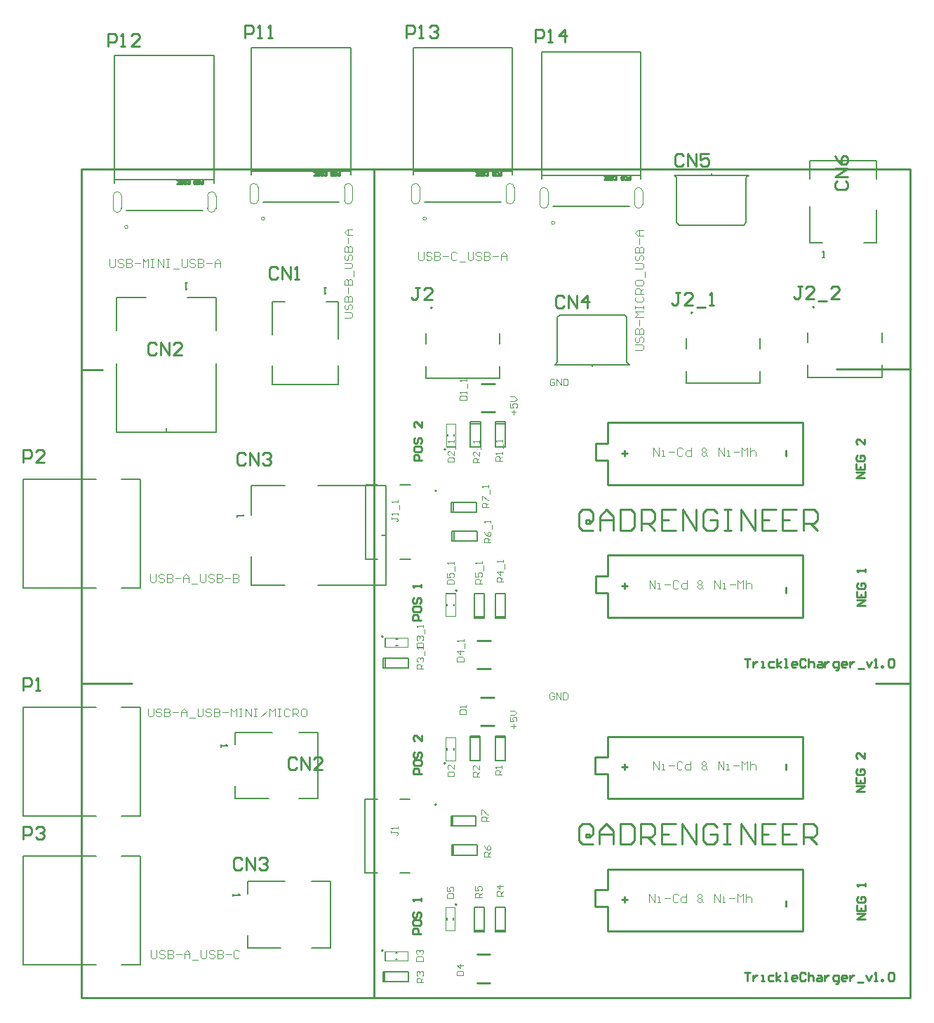
<source format=gto>
G04*
G04 #@! TF.GenerationSoftware,Altium Limited,CircuitStudio,1.5.2 (1.5.2.30)*
G04*
G04 Layer_Color=65535*
%FSLAX25Y25*%
%MOIN*%
G70*
G01*
G75*
%ADD27C,0.01000*%
%ADD28C,0.00984*%
%ADD29C,0.00787*%
%ADD32C,0.00000*%
%ADD51C,0.00500*%
%ADD52C,0.00197*%
%ADD53C,0.00394*%
D27*
X458660Y398514D02*
X493898Y398524D01*
X100000Y398425D02*
X109843D01*
X477165Y249213D02*
X493701D01*
X100000Y249213D02*
X124016D01*
X350000Y161024D02*
X442520D01*
Y131496D02*
Y161024D01*
X350000Y131496D02*
X442520D01*
X350000D02*
Y143307D01*
X344094D02*
X350000D01*
X344094D02*
Y151181D01*
X350000D01*
Y161024D01*
Y214173D02*
Y224016D01*
X344094Y214173D02*
X350000D01*
X344094Y206299D02*
Y214173D01*
Y206299D02*
X350000D01*
Y194488D02*
Y206299D01*
Y194488D02*
X442520D01*
Y224016D01*
X350000D02*
X442520D01*
X350098Y373130D02*
X442618D01*
Y343602D02*
Y373130D01*
X350098Y343602D02*
X442618D01*
X350098D02*
Y355413D01*
X344193D02*
X350098D01*
X344193D02*
Y363287D01*
X350098D01*
Y373130D01*
Y300295D02*
Y310138D01*
X344193Y300295D02*
X350098D01*
X344193Y292421D02*
Y300295D01*
Y292421D02*
X350098D01*
Y280610D02*
Y292421D01*
Y280610D02*
X442618D01*
Y310138D01*
X350098D02*
X442618D01*
X157688Y488195D02*
Y486595D01*
X156888D01*
X156621Y486861D01*
Y487395D01*
X156888Y487662D01*
X157688D01*
X155021Y486861D02*
X155287Y486595D01*
X155821D01*
X156088Y486861D01*
Y487928D01*
X155821Y488195D01*
X155287D01*
X155021Y487928D01*
X154487Y486595D02*
Y488195D01*
X153687D01*
X153420Y487928D01*
Y487662D01*
X153687Y487395D01*
X154487D01*
X153687D01*
X153420Y487128D01*
Y486861D01*
X153687Y486595D01*
X154487D01*
X150219D02*
X151286D01*
Y488195D01*
X150219D01*
X151286Y487395D02*
X150753D01*
X149686Y486595D02*
Y488195D01*
X148886D01*
X148619Y487928D01*
Y486861D01*
X148886Y486595D01*
X149686D01*
X147019Y486861D02*
X147285Y486595D01*
X147819D01*
X148085Y486861D01*
Y487928D01*
X147819Y488195D01*
X147285D01*
X147019Y487928D01*
Y487395D01*
X147552D01*
X145418Y486595D02*
X146485D01*
Y488195D01*
X145418D01*
X146485Y487395D02*
X145952D01*
X360444Y490164D02*
Y488563D01*
X359644D01*
X359377Y488830D01*
Y489363D01*
X359644Y489630D01*
X360444D01*
X357776Y488830D02*
X358043Y488563D01*
X358577D01*
X358843Y488830D01*
Y489897D01*
X358577Y490164D01*
X358043D01*
X357776Y489897D01*
X357243Y488563D02*
Y490164D01*
X356443D01*
X356176Y489897D01*
Y489630D01*
X356443Y489363D01*
X357243D01*
X356443D01*
X356176Y489097D01*
Y488830D01*
X356443Y488563D01*
X357243D01*
X352975D02*
X354042D01*
Y490164D01*
X352975D01*
X354042Y489363D02*
X353509D01*
X352442Y488563D02*
Y490164D01*
X351642D01*
X351375Y489897D01*
Y488830D01*
X351642Y488563D01*
X352442D01*
X349774Y488830D02*
X350041Y488563D01*
X350575D01*
X350841Y488830D01*
Y489897D01*
X350575Y490164D01*
X350041D01*
X349774Y489897D01*
Y489363D01*
X350308D01*
X348174Y488563D02*
X349241D01*
Y490164D01*
X348174D01*
X349241Y489363D02*
X348708D01*
X222649Y492132D02*
Y490532D01*
X221848D01*
X221582Y490798D01*
Y491332D01*
X221848Y491599D01*
X222649D01*
X219981Y490798D02*
X220248Y490532D01*
X220781D01*
X221048Y490798D01*
Y491865D01*
X220781Y492132D01*
X220248D01*
X219981Y491865D01*
X219448Y490532D02*
Y492132D01*
X218648D01*
X218381Y491865D01*
Y491599D01*
X218648Y491332D01*
X219448D01*
X218648D01*
X218381Y491065D01*
Y490798D01*
X218648Y490532D01*
X219448D01*
X215180D02*
X216247D01*
Y492132D01*
X215180D01*
X216247Y491332D02*
X215714D01*
X214647Y490532D02*
Y492132D01*
X213846D01*
X213580Y491865D01*
Y490798D01*
X213846Y490532D01*
X214647D01*
X211979Y490798D02*
X212246Y490532D01*
X212779D01*
X213046Y490798D01*
Y491865D01*
X212779Y492132D01*
X212246D01*
X211979Y491865D01*
Y491332D01*
X212513D01*
X210379Y490532D02*
X211446D01*
Y492132D01*
X210379D01*
X211446Y491332D02*
X210912D01*
X299420Y492132D02*
Y490532D01*
X298620D01*
X298353Y490798D01*
Y491332D01*
X298620Y491599D01*
X299420D01*
X296753Y490798D02*
X297020Y490532D01*
X297553D01*
X297820Y490798D01*
Y491865D01*
X297553Y492132D01*
X297020D01*
X296753Y491865D01*
X296219Y490532D02*
Y492132D01*
X295419D01*
X295152Y491865D01*
Y491599D01*
X295419Y491332D01*
X296219D01*
X295419D01*
X295152Y491065D01*
Y490798D01*
X295419Y490532D01*
X296219D01*
X291952D02*
X293019D01*
Y492132D01*
X291952D01*
X293019Y491332D02*
X292485D01*
X291418Y490532D02*
Y492132D01*
X290618D01*
X290351Y491865D01*
Y490798D01*
X290618Y490532D01*
X291418D01*
X288751Y490798D02*
X289018Y490532D01*
X289551D01*
X289818Y490798D01*
Y491865D01*
X289551Y492132D01*
X289018D01*
X288751Y491865D01*
Y491332D01*
X289284D01*
X287150Y490532D02*
X288217D01*
Y492132D01*
X287150D01*
X288217Y491332D02*
X287684D01*
X458781Y487857D02*
X457782Y486857D01*
Y484858D01*
X458781Y483858D01*
X462780D01*
X463779Y484858D01*
Y486857D01*
X462780Y487857D01*
X463779Y489856D02*
X457782D01*
X463779Y493855D01*
X457782D01*
Y499853D02*
X458781Y497854D01*
X460780Y495854D01*
X462780D01*
X463779Y496854D01*
Y498853D01*
X462780Y499853D01*
X461780D01*
X460780Y498853D01*
Y495854D01*
X442109Y437818D02*
X440110D01*
X441109D01*
Y432819D01*
X440110Y431820D01*
X439110D01*
X438110Y432819D01*
X448107Y431820D02*
X444108D01*
X448107Y435818D01*
Y436818D01*
X447107Y437818D01*
X445108D01*
X444108Y436818D01*
X450106Y430820D02*
X454105D01*
X460103Y431820D02*
X456104D01*
X460103Y435818D01*
Y436818D01*
X459103Y437818D01*
X457104D01*
X456104Y436818D01*
X386099Y499831D02*
X385099Y500830D01*
X383100D01*
X382100Y499831D01*
Y495832D01*
X383100Y494832D01*
X385099D01*
X386099Y495832D01*
X388098Y494832D02*
Y500830D01*
X392097Y494832D01*
Y500830D01*
X398095D02*
X394096D01*
Y497831D01*
X396095Y498831D01*
X397095D01*
X398095Y497831D01*
Y495832D01*
X397095Y494832D01*
X395096D01*
X394096Y495832D01*
X384235Y435062D02*
X382236D01*
X383235D01*
Y430063D01*
X382236Y429064D01*
X381236D01*
X380236Y430063D01*
X390233Y429064D02*
X386234D01*
X390233Y433063D01*
Y434062D01*
X389233Y435062D01*
X387234D01*
X386234Y434062D01*
X392232Y428064D02*
X396231D01*
X398230Y429064D02*
X400230D01*
X399230D01*
Y435062D01*
X398230Y434062D01*
X202424Y213266D02*
X201424Y214266D01*
X199425D01*
X198425Y213266D01*
Y209267D01*
X199425Y208268D01*
X201424D01*
X202424Y209267D01*
X204423Y208268D02*
Y214266D01*
X208422Y208268D01*
Y214266D01*
X214420Y208268D02*
X210421D01*
X214420Y212266D01*
Y213266D01*
X213420Y214266D01*
X211421D01*
X210421Y213266D01*
X260613Y437424D02*
X258613D01*
X259613D01*
Y432426D01*
X258613Y431426D01*
X257614D01*
X256614Y432426D01*
X266611Y431426D02*
X262612D01*
X266611Y435425D01*
Y436424D01*
X265611Y437424D01*
X263612D01*
X262612Y436424D01*
X72368Y354321D02*
Y360319D01*
X75367D01*
X76366Y359320D01*
Y357320D01*
X75367Y356321D01*
X72368D01*
X82364Y354321D02*
X78366D01*
X82364Y358320D01*
Y359320D01*
X81365Y360319D01*
X79365D01*
X78366Y359320D01*
X72342Y175195D02*
Y181193D01*
X75341D01*
X76340Y180194D01*
Y178194D01*
X75341Y177195D01*
X72342D01*
X78340Y180194D02*
X79339Y181193D01*
X81339D01*
X82339Y180194D01*
Y179194D01*
X81339Y178194D01*
X80339D01*
X81339D01*
X82339Y177195D01*
Y176195D01*
X81339Y175195D01*
X79339D01*
X78340Y176195D01*
X254440Y555868D02*
Y561867D01*
X257439D01*
X258439Y560867D01*
Y558868D01*
X257439Y557868D01*
X254440D01*
X260438Y555868D02*
X262438D01*
X261438D01*
Y561867D01*
X260438Y560867D01*
X265437D02*
X266436Y561867D01*
X268436D01*
X269435Y560867D01*
Y559867D01*
X268436Y558868D01*
X267436D01*
X268436D01*
X269435Y557868D01*
Y556868D01*
X268436Y555868D01*
X266436D01*
X265437Y556868D01*
X176223Y165449D02*
X175223Y166448D01*
X173224D01*
X172224Y165449D01*
Y161450D01*
X173224Y160450D01*
X175223D01*
X176223Y161450D01*
X178223Y160450D02*
Y166448D01*
X182221Y160450D01*
Y166448D01*
X184221Y165449D02*
X185220Y166448D01*
X187220D01*
X188219Y165449D01*
Y164449D01*
X187220Y163449D01*
X186220D01*
X187220D01*
X188219Y162450D01*
Y161450D01*
X187220Y160450D01*
X185220D01*
X184221Y161450D01*
X193204Y446215D02*
X192204Y447215D01*
X190205D01*
X189206Y446215D01*
Y442216D01*
X190205Y441217D01*
X192204D01*
X193204Y442216D01*
X195204Y441217D02*
Y447215D01*
X199202Y441217D01*
Y447215D01*
X201202Y441217D02*
X203201D01*
X202201D01*
Y447215D01*
X201202Y446215D01*
X135495Y410116D02*
X134495Y411116D01*
X132496D01*
X131496Y410116D01*
Y406118D01*
X132496Y405118D01*
X134495D01*
X135495Y406118D01*
X137494Y405118D02*
Y411116D01*
X141493Y405118D01*
Y411116D01*
X147491Y405118D02*
X143492D01*
X147491Y409117D01*
Y410116D01*
X146491Y411116D01*
X144492D01*
X143492Y410116D01*
X72389Y245972D02*
Y251970D01*
X75388D01*
X76388Y250970D01*
Y248971D01*
X75388Y247971D01*
X72389D01*
X78387Y245972D02*
X80386D01*
X79387D01*
Y251970D01*
X78387Y250970D01*
X177665Y555868D02*
Y561867D01*
X180664D01*
X181664Y560867D01*
Y558868D01*
X180664Y557868D01*
X177665D01*
X183663Y555868D02*
X185663D01*
X184663D01*
Y561867D01*
X183663Y560867D01*
X188662Y555868D02*
X190661D01*
X189662D01*
Y561867D01*
X188662Y560867D01*
X329422Y432752D02*
X328423Y433752D01*
X326423D01*
X325424Y432752D01*
Y428753D01*
X326423Y427753D01*
X328423D01*
X329422Y428753D01*
X331422Y427753D02*
Y433752D01*
X335420Y427753D01*
Y433752D01*
X340419Y427753D02*
Y433752D01*
X337420Y430753D01*
X341419D01*
X315500Y553900D02*
Y559898D01*
X318499D01*
X319499Y558898D01*
Y556899D01*
X318499Y555899D01*
X315500D01*
X321498Y553900D02*
X323497D01*
X322498D01*
Y559898D01*
X321498Y558898D01*
X329496Y553900D02*
Y559898D01*
X326496Y556899D01*
X330495D01*
X178038Y357783D02*
X177038Y358783D01*
X175039D01*
X174039Y357783D01*
Y353785D01*
X175039Y352785D01*
X177038D01*
X178038Y353785D01*
X180037Y352785D02*
Y358783D01*
X184036Y352785D01*
Y358783D01*
X186036Y357783D02*
X187035Y358783D01*
X189034D01*
X190034Y357783D01*
Y356784D01*
X189034Y355784D01*
X188035D01*
X189034D01*
X190034Y354784D01*
Y353785D01*
X189034Y352785D01*
X187035D01*
X186036Y353785D01*
X112747Y551959D02*
Y557957D01*
X115745D01*
X116745Y556957D01*
Y554958D01*
X115745Y553958D01*
X112747D01*
X118745Y551959D02*
X120744D01*
X119744D01*
Y557957D01*
X118745Y556957D01*
X127742Y551959D02*
X123743D01*
X127742Y555958D01*
Y556957D01*
X126742Y557957D01*
X124743D01*
X123743Y556957D01*
X261221Y130217D02*
X257285D01*
Y132184D01*
X257941Y132840D01*
X259253D01*
X259909Y132184D01*
Y130217D01*
X257285Y136120D02*
Y134808D01*
X257941Y134152D01*
X260564D01*
X261221Y134808D01*
Y136120D01*
X260564Y136776D01*
X257941D01*
X257285Y136120D01*
X257941Y140712D02*
X257285Y140056D01*
Y138744D01*
X257941Y138088D01*
X258597D01*
X259253Y138744D01*
Y140056D01*
X259909Y140712D01*
X260564D01*
X261221Y140056D01*
Y138744D01*
X260564Y138088D01*
X261221Y145959D02*
Y147271D01*
Y146616D01*
X257285D01*
X257941Y145959D01*
X261614Y206201D02*
X257678D01*
Y208169D01*
X258334Y208825D01*
X259646D01*
X260302Y208169D01*
Y206201D01*
X257678Y212104D02*
Y210792D01*
X258334Y210137D01*
X260958D01*
X261614Y210792D01*
Y212104D01*
X260958Y212760D01*
X258334D01*
X257678Y212104D01*
X258334Y216696D02*
X257678Y216040D01*
Y214728D01*
X258334Y214072D01*
X258990D01*
X259646Y214728D01*
Y216040D01*
X260302Y216696D01*
X260958D01*
X261614Y216040D01*
Y214728D01*
X260958Y214072D01*
X261614Y224568D02*
Y221944D01*
X258990Y224568D01*
X258334D01*
X257678Y223912D01*
Y222600D01*
X258334Y221944D01*
X472146Y137303D02*
X468210D01*
X472146Y139927D01*
X468210D01*
Y143863D02*
Y141239D01*
X472146D01*
Y143863D01*
X470178Y141239D02*
Y142551D01*
X468866Y147799D02*
X468210Y147143D01*
Y145831D01*
X468866Y145175D01*
X471490D01*
X472146Y145831D01*
Y147143D01*
X471490Y147799D01*
X470178D01*
Y146486D01*
X472146Y153046D02*
Y154358D01*
Y153702D01*
X468210D01*
X468866Y153046D01*
X471850Y197933D02*
X467915D01*
X471850Y200557D01*
X467915D01*
Y204493D02*
Y201869D01*
X471850D01*
Y204493D01*
X469882Y201869D02*
Y203181D01*
X468571Y208428D02*
X467915Y207772D01*
Y206460D01*
X468571Y205805D01*
X471194D01*
X471850Y206460D01*
Y207772D01*
X471194Y208428D01*
X469882D01*
Y207117D01*
X471850Y216300D02*
Y213676D01*
X469227Y216300D01*
X468571D01*
X467915Y215644D01*
Y214332D01*
X468571Y213676D01*
X357875Y145276D02*
Y147899D01*
X356563Y146588D02*
X359187D01*
X357875Y208268D02*
Y210892D01*
X356563Y209580D02*
X359187D01*
X434646Y208268D02*
Y210892D01*
Y143307D02*
Y145931D01*
X414961Y111810D02*
X417585D01*
X416272D01*
Y107874D01*
X418896Y110498D02*
Y107874D01*
Y109186D01*
X419552Y109842D01*
X420208Y110498D01*
X420864D01*
X422832Y107874D02*
X424144D01*
X423488D01*
Y110498D01*
X422832D01*
X428736D02*
X426768D01*
X426112Y109842D01*
Y108530D01*
X426768Y107874D01*
X428736D01*
X430048D02*
Y111810D01*
Y109186D02*
X432016Y110498D01*
X430048Y109186D02*
X432016Y107874D01*
X433983D02*
X435295D01*
X434639D01*
Y111810D01*
X433983D01*
X439231Y107874D02*
X437919D01*
X437263Y108530D01*
Y109842D01*
X437919Y110498D01*
X439231D01*
X439887Y109842D01*
Y109186D01*
X437263D01*
X443823Y111154D02*
X443167Y111810D01*
X441855D01*
X441199Y111154D01*
Y108530D01*
X441855Y107874D01*
X443167D01*
X443823Y108530D01*
X445135Y111810D02*
Y107874D01*
Y109842D01*
X445791Y110498D01*
X447102D01*
X447758Y109842D01*
Y107874D01*
X449726Y110498D02*
X451038D01*
X451694Y109842D01*
Y107874D01*
X449726D01*
X449070Y108530D01*
X449726Y109186D01*
X451694D01*
X453006Y110498D02*
Y107874D01*
Y109186D01*
X453662Y109842D01*
X454318Y110498D01*
X454974D01*
X458254Y106562D02*
X458910D01*
X459566Y107218D01*
Y110498D01*
X457598D01*
X456942Y109842D01*
Y108530D01*
X457598Y107874D01*
X459566D01*
X462846D02*
X461534D01*
X460878Y108530D01*
Y109842D01*
X461534Y110498D01*
X462846D01*
X463501Y109842D01*
Y109186D01*
X460878D01*
X464813Y110498D02*
Y107874D01*
Y109186D01*
X465469Y109842D01*
X466125Y110498D01*
X466781D01*
X468749Y107218D02*
X471373D01*
X472685Y110498D02*
X473997Y107874D01*
X475309Y110498D01*
X476621Y107874D02*
X477933D01*
X477277D01*
Y111810D01*
X476621Y111154D01*
X479900Y107874D02*
Y108530D01*
X480556D01*
Y107874D01*
X479900D01*
X483180Y111154D02*
X483836Y111810D01*
X485148D01*
X485804Y111154D01*
Y108530D01*
X485148Y107874D01*
X483836D01*
X483180Y108530D01*
Y111154D01*
X341140Y176114D02*
Y177754D01*
X339500D01*
Y176114D01*
X341140D01*
X342780Y177754D01*
Y181034D01*
X341140Y182674D01*
X337860D01*
X336221Y181034D01*
Y174475D01*
X337860Y172835D01*
X342780D01*
X346060D02*
Y179394D01*
X349340Y182674D01*
X352619Y179394D01*
Y172835D01*
Y177754D01*
X346060D01*
X355899Y182674D02*
Y172835D01*
X360819D01*
X362459Y174475D01*
Y181034D01*
X360819Y182674D01*
X355899D01*
X365739Y172835D02*
Y182674D01*
X370658D01*
X372298Y181034D01*
Y177754D01*
X370658Y176114D01*
X365739D01*
X369018D02*
X372298Y172835D01*
X382137Y182674D02*
X375578D01*
Y172835D01*
X382137D01*
X375578Y177754D02*
X378858D01*
X385417Y172835D02*
Y182674D01*
X391977Y172835D01*
Y182674D01*
X401816Y181034D02*
X400176Y182674D01*
X396896D01*
X395256Y181034D01*
Y174475D01*
X396896Y172835D01*
X400176D01*
X401816Y174475D01*
Y177754D01*
X398536D01*
X405096Y182674D02*
X408376D01*
X406736D01*
Y172835D01*
X405096D01*
X408376D01*
X413295D02*
Y182674D01*
X419855Y172835D01*
Y182674D01*
X429694D02*
X423135D01*
Y172835D01*
X429694D01*
X423135Y177754D02*
X426414D01*
X439534Y182674D02*
X432974D01*
Y172835D01*
X439534D01*
X432974Y177754D02*
X436254D01*
X442813Y172835D02*
Y182674D01*
X447733D01*
X449373Y181034D01*
Y177754D01*
X447733Y176114D01*
X442813D01*
X446093D02*
X449373Y172835D01*
X341239Y325229D02*
Y326869D01*
X339599D01*
Y325229D01*
X341239D01*
X342879Y326869D01*
Y330148D01*
X341239Y331788D01*
X337959D01*
X336319Y330148D01*
Y323589D01*
X337959Y321949D01*
X342879D01*
X346158D02*
Y328508D01*
X349438Y331788D01*
X352718Y328508D01*
Y321949D01*
Y326869D01*
X346158D01*
X355998Y331788D02*
Y321949D01*
X360917D01*
X362557Y323589D01*
Y330148D01*
X360917Y331788D01*
X355998D01*
X365837Y321949D02*
Y331788D01*
X370757D01*
X372396Y330148D01*
Y326869D01*
X370757Y325229D01*
X365837D01*
X369117D02*
X372396Y321949D01*
X382236Y331788D02*
X375676D01*
Y321949D01*
X382236D01*
X375676Y326869D02*
X378956D01*
X385516Y321949D02*
Y331788D01*
X392075Y321949D01*
Y331788D01*
X401915Y330148D02*
X400275Y331788D01*
X396995D01*
X395355Y330148D01*
Y323589D01*
X396995Y321949D01*
X400275D01*
X401915Y323589D01*
Y326869D01*
X398635D01*
X405194Y331788D02*
X408474D01*
X406834D01*
Y321949D01*
X405194D01*
X408474D01*
X413394D02*
Y331788D01*
X419953Y321949D01*
Y331788D01*
X429793D02*
X423233D01*
Y321949D01*
X429793D01*
X423233Y326869D02*
X426513D01*
X439632Y331788D02*
X433072D01*
Y321949D01*
X439632D01*
X433072Y326869D02*
X436352D01*
X442912Y321949D02*
Y331788D01*
X447831D01*
X449471Y330148D01*
Y326869D01*
X447831Y325229D01*
X442912D01*
X446192D02*
X449471Y321949D01*
X415059Y260924D02*
X417683D01*
X416371D01*
Y256988D01*
X418995Y259612D02*
Y256988D01*
Y258300D01*
X419651Y258956D01*
X420307Y259612D01*
X420963D01*
X422930Y256988D02*
X424242D01*
X423587D01*
Y259612D01*
X422930D01*
X428834D02*
X426866D01*
X426210Y258956D01*
Y257644D01*
X426866Y256988D01*
X428834D01*
X430146D02*
Y260924D01*
Y258300D02*
X432114Y259612D01*
X430146Y258300D02*
X432114Y256988D01*
X434082D02*
X435394D01*
X434738D01*
Y260924D01*
X434082D01*
X439329Y256988D02*
X438018D01*
X437362Y257644D01*
Y258956D01*
X438018Y259612D01*
X439329D01*
X439985Y258956D01*
Y258300D01*
X437362D01*
X443921Y260268D02*
X443265Y260924D01*
X441953D01*
X441297Y260268D01*
Y257644D01*
X441953Y256988D01*
X443265D01*
X443921Y257644D01*
X445233Y260924D02*
Y256988D01*
Y258956D01*
X445889Y259612D01*
X447201D01*
X447857Y258956D01*
Y256988D01*
X449825Y259612D02*
X451137D01*
X451793Y258956D01*
Y256988D01*
X449825D01*
X449169Y257644D01*
X449825Y258300D01*
X451793D01*
X453104Y259612D02*
Y256988D01*
Y258300D01*
X453760Y258956D01*
X454416Y259612D01*
X455072D01*
X458352Y255676D02*
X459008D01*
X459664Y256332D01*
Y259612D01*
X457696D01*
X457040Y258956D01*
Y257644D01*
X457696Y256988D01*
X459664D01*
X462944D02*
X461632D01*
X460976Y257644D01*
Y258956D01*
X461632Y259612D01*
X462944D01*
X463600Y258956D01*
Y258300D01*
X460976D01*
X464912Y259612D02*
Y256988D01*
Y258300D01*
X465568Y258956D01*
X466224Y259612D01*
X466880D01*
X468848Y256332D02*
X471471D01*
X472783Y259612D02*
X474095Y256988D01*
X475407Y259612D01*
X476719Y256988D02*
X478031D01*
X477375D01*
Y260924D01*
X476719Y260268D01*
X479999Y256988D02*
Y257644D01*
X480655D01*
Y256988D01*
X479999D01*
X483279Y260268D02*
X483934Y260924D01*
X485246D01*
X485902Y260268D01*
Y257644D01*
X485246Y256988D01*
X483934D01*
X483279Y257644D01*
Y260268D01*
X434745Y292421D02*
Y295045D01*
Y357382D02*
Y360006D01*
X357973Y357382D02*
Y360006D01*
X356661Y358694D02*
X359285D01*
X357973Y294390D02*
Y297014D01*
X356661Y295702D02*
X359285D01*
X471949Y347047D02*
X468013D01*
X471949Y349671D01*
X468013D01*
Y353607D02*
Y350983D01*
X471949D01*
Y353607D01*
X469981Y350983D02*
Y352295D01*
X468669Y357542D02*
X468013Y356887D01*
Y355575D01*
X468669Y354919D01*
X471293D01*
X471949Y355575D01*
Y356887D01*
X471293Y357542D01*
X469981D01*
Y356231D01*
X471949Y365414D02*
Y362790D01*
X469325Y365414D01*
X468669D01*
X468013Y364758D01*
Y363446D01*
X468669Y362790D01*
X472244Y286417D02*
X468308D01*
X472244Y289041D01*
X468308D01*
Y292977D02*
Y290353D01*
X472244D01*
Y292977D01*
X470276Y290353D02*
Y291665D01*
X468964Y296913D02*
X468308Y296257D01*
Y294945D01*
X468964Y294289D01*
X471588D01*
X472244Y294945D01*
Y296257D01*
X471588Y296913D01*
X470276D01*
Y295601D01*
X472244Y302160D02*
Y303472D01*
Y302816D01*
X468308D01*
X468964Y302160D01*
X261713Y355315D02*
X257777D01*
Y357283D01*
X258433Y357939D01*
X259745D01*
X260401Y357283D01*
Y355315D01*
X257777Y361219D02*
Y359907D01*
X258433Y359251D01*
X261057D01*
X261713Y359907D01*
Y361219D01*
X261057Y361875D01*
X258433D01*
X257777Y361219D01*
X258433Y365810D02*
X257777Y365154D01*
Y363842D01*
X258433Y363186D01*
X259089D01*
X259745Y363842D01*
Y365154D01*
X260401Y365810D01*
X261057D01*
X261713Y365154D01*
Y363842D01*
X261057Y363186D01*
X261713Y373682D02*
Y371058D01*
X259089Y373682D01*
X258433D01*
X257777Y373026D01*
Y371714D01*
X258433Y371058D01*
X261319Y279331D02*
X257383D01*
Y281299D01*
X258039Y281955D01*
X259351D01*
X260007Y281299D01*
Y279331D01*
X257383Y285234D02*
Y283922D01*
X258039Y283266D01*
X260663D01*
X261319Y283922D01*
Y285234D01*
X260663Y285890D01*
X258039D01*
X257383Y285234D01*
X258039Y289826D02*
X257383Y289170D01*
Y287858D01*
X258039Y287202D01*
X258695D01*
X259351Y287858D01*
Y289170D01*
X260007Y289826D01*
X260663D01*
X261319Y289170D01*
Y287858D01*
X260663Y287202D01*
X261319Y295074D02*
Y296386D01*
Y295730D01*
X257383D01*
X258039Y295074D01*
X100000Y100000D02*
X493701D01*
Y493701D01*
X100000D02*
X493701D01*
X100000Y100000D02*
Y493701D01*
X238976Y100000D02*
Y493701D01*
D28*
X289764Y229134D02*
X296063D01*
X289764Y242520D02*
X296063D01*
X287795Y107087D02*
X294094D01*
X287795Y120473D02*
X294094D01*
X287894Y256201D02*
X294193D01*
X287894Y269587D02*
X294193D01*
X289862Y378248D02*
X296161D01*
X289862Y391634D02*
X296161D01*
D29*
X448110Y428071D02*
G03*
X448110Y428071I-394J0D01*
G01*
X390236Y425315D02*
G03*
X390236Y425315I-394J0D01*
G01*
X243200Y122385D02*
G03*
X243200Y122385I-394J0D01*
G01*
X272989Y211310D02*
G03*
X272989Y211310I-394J0D01*
G01*
X278291Y144202D02*
G03*
X278291Y144202I-394J0D01*
G01*
X268622Y191654D02*
G03*
X268622Y191654I-394J0D01*
G01*
X266614Y427677D02*
G03*
X266614Y427677I-394J0D01*
G01*
X268721Y340768D02*
G03*
X268721Y340768I-394J0D01*
G01*
X278389Y293316D02*
G03*
X278389Y293316I-394J0D01*
G01*
X243298Y271499D02*
G03*
X243298Y271499I-394J0D01*
G01*
X273087Y360424D02*
G03*
X273087Y360424I-394J0D01*
G01*
X477559Y488779D02*
Y497638D01*
Y458465D02*
Y474213D01*
X446063Y458465D02*
Y475984D01*
Y488779D02*
Y497638D01*
X477559D01*
X471604Y458465D02*
X477559D01*
X446063D02*
X451919D01*
X445000Y394567D02*
Y400433D01*
Y394567D02*
X480197D01*
Y400433D01*
X445000Y411142D02*
Y415906D01*
X480197Y411142D02*
Y415906D01*
X383858Y467028D02*
X414567D01*
X382677Y468209D02*
X383858Y467028D01*
X382677Y468209D02*
Y489468D01*
X414567Y467028D02*
X415748Y468209D01*
Y489468D01*
X399213Y490650D02*
Y491437D01*
X415748Y489468D02*
X416929Y490650D01*
X381496D02*
X382677Y489468D01*
X381496Y490650D02*
X416929D01*
X387126Y391811D02*
Y397677D01*
Y391811D02*
X422323D01*
Y397677D01*
X387126Y408386D02*
Y413150D01*
X422323Y408386D02*
Y413150D01*
X244094Y107480D02*
Y112205D01*
X255118D01*
X244094Y107480D02*
X255118D01*
Y112205D01*
X243307Y107480D02*
X244094D01*
X243307D02*
Y112205D01*
X244094D01*
X284646Y223622D02*
X289370D01*
Y212598D02*
Y223622D01*
X284646Y212598D02*
Y223622D01*
Y212598D02*
X289370D01*
X284646Y223622D02*
Y224410D01*
X289370D01*
Y223622D02*
Y224410D01*
X296457Y223622D02*
X301181D01*
Y212598D02*
Y223622D01*
X296457Y212598D02*
Y223622D01*
Y212598D02*
X301181D01*
X296457Y223622D02*
Y224410D01*
X301181D01*
Y223622D02*
Y224410D01*
X286614Y131890D02*
X291339D01*
X286614D02*
Y142913D01*
X291339Y131890D02*
Y142913D01*
X286614D02*
X291339D01*
Y131102D02*
Y131890D01*
X286614Y131102D02*
X291339D01*
X286614D02*
Y131890D01*
X296457D02*
X301181D01*
X296457D02*
Y142913D01*
X301181Y131890D02*
Y142913D01*
X296457D02*
X301181D01*
Y131102D02*
Y131890D01*
X296457Y131102D02*
X301181D01*
X296457D02*
Y131890D01*
X276772Y167717D02*
Y172441D01*
X287795D01*
X276772Y167717D02*
X287795D01*
Y172441D01*
X275984Y167717D02*
X276772D01*
X275984D02*
Y172441D01*
X276772D01*
X276378Y181496D02*
Y186221D01*
X287402D01*
X276378Y181496D02*
X287402D01*
Y186221D01*
X275590Y181496D02*
X276378D01*
X275590D02*
Y186221D01*
X276378D01*
X234724Y194370D02*
X240591D01*
X234724Y159173D02*
Y194370D01*
Y159173D02*
X240591D01*
X251299Y194370D02*
X256063D01*
X251299Y159173D02*
X256063D01*
X118898Y115551D02*
X127953D01*
Y167126D01*
X118898D02*
X127953D01*
X72441Y115551D02*
X107087D01*
X72441D02*
Y167126D01*
X107087D01*
X263504Y394173D02*
Y400039D01*
Y394173D02*
X298701D01*
Y400039D01*
X263504Y410748D02*
Y415512D01*
X298701Y410748D02*
Y415512D01*
X118898Y294685D02*
X127953D01*
Y346260D01*
X118898D02*
X127953D01*
X72441Y294685D02*
X107087D01*
X72441D02*
Y346260D01*
X107087D01*
X209252Y123622D02*
X218110D01*
X178937D02*
X194685D01*
X178937Y155118D02*
X196457D01*
X209252D02*
X218110D01*
Y123622D02*
Y155118D01*
X178937Y123622D02*
Y129577D01*
Y149262D02*
Y155118D01*
X190551Y391339D02*
Y400197D01*
Y414764D02*
Y430512D01*
X222047Y412992D02*
Y430512D01*
Y391339D02*
Y400197D01*
X190551Y391339D02*
X222047D01*
X190551Y430512D02*
X196506D01*
X216191D02*
X222047D01*
X118898Y186417D02*
X127953D01*
Y237992D01*
X118898D02*
X127953D01*
X72441Y186417D02*
X107087D01*
X72441D02*
Y237992D01*
X107087D01*
X327165Y424311D02*
X357874D01*
X359055Y423130D01*
Y401870D02*
Y423130D01*
X325984D02*
X327165Y424311D01*
X325984Y401870D02*
Y423130D01*
X342520Y399902D02*
Y400689D01*
X324803D02*
X325984Y401870D01*
X359055D02*
X360236Y400689D01*
X324803D02*
X360236D01*
X180709Y329331D02*
Y343110D01*
Y295866D02*
Y309646D01*
X244685Y295866D02*
Y343110D01*
Y319488D02*
Y319488D01*
X242717D02*
X244685D01*
X180709Y343110D02*
X196457D01*
X212205D02*
X244685D01*
X180709Y295866D02*
X196457D01*
X212205D02*
X244685D01*
X276476Y330610D02*
Y335335D01*
X287500D01*
X276476Y330610D02*
X287500D01*
Y335335D01*
X275689Y330610D02*
X276476D01*
X275689D02*
Y335335D01*
X276476D01*
X276870Y316831D02*
Y321555D01*
X287894D01*
X276870Y316831D02*
X287894D01*
Y321555D01*
X276083Y316831D02*
X276870D01*
X276083D02*
Y321555D01*
X276870D01*
X286713Y281004D02*
X291437D01*
X286713D02*
Y292028D01*
X291437Y281004D02*
Y292028D01*
X286713D02*
X291437D01*
Y280217D02*
Y281004D01*
X286713Y280217D02*
X291437D01*
X286713D02*
Y281004D01*
X296555D02*
X301279D01*
X296555D02*
Y292028D01*
X301279Y281004D02*
Y292028D01*
X296555D02*
X301279D01*
Y280217D02*
Y281004D01*
X296555Y280217D02*
X301279D01*
X296555D02*
Y281004D01*
X234823Y343484D02*
X240689D01*
X234823Y308287D02*
Y343484D01*
Y308287D02*
X240689D01*
X251398Y343484D02*
X256161D01*
X251398Y308287D02*
X256161D01*
X244193Y256594D02*
Y261319D01*
X255217D01*
X244193Y256594D02*
X255217D01*
Y261319D01*
X243406Y256594D02*
X244193D01*
X243406D02*
Y261319D01*
X244193D01*
X284744Y372736D02*
X289469D01*
Y361713D02*
Y372736D01*
X284744Y361713D02*
Y372736D01*
Y361713D02*
X289469D01*
X284744Y372736D02*
Y373524D01*
X289469D01*
Y372736D02*
Y373524D01*
X296555Y372736D02*
X301279D01*
Y361713D02*
Y372736D01*
X296555Y361713D02*
Y372736D01*
Y361713D02*
X301279D01*
X296555Y372736D02*
Y373524D01*
X301279D01*
Y372736D02*
Y373524D01*
X203346Y194488D02*
X212205D01*
X173031D02*
X188779D01*
X173031Y225984D02*
X190551D01*
X203346D02*
X212205D01*
Y194488D02*
Y225984D01*
X173031Y194488D02*
Y200443D01*
Y220128D02*
Y225984D01*
X150197Y432677D02*
X163976D01*
X116732D02*
X130512D01*
X116732Y368701D02*
X163976D01*
X140354D02*
X140354D01*
Y370669D01*
X163976Y416929D02*
Y432677D01*
Y368701D02*
Y401181D01*
X116732Y416929D02*
Y432677D01*
Y368701D02*
Y401181D01*
X451919Y451575D02*
X452969D01*
X452444D01*
Y454723D01*
X451919Y454199D01*
X172047Y149262D02*
Y148212D01*
Y148737D01*
X175196D01*
X174671Y149262D01*
X216191Y437402D02*
X215141D01*
X215666D01*
Y434253D01*
X216191Y434778D01*
X173819Y329331D02*
Y328281D01*
Y328806D01*
X176968D01*
X176443Y329331D01*
X166142Y220128D02*
Y219078D01*
Y219603D01*
X169290D01*
X168766Y220128D01*
X150197Y439567D02*
X149147D01*
X149672D01*
Y436418D01*
X150197Y436943D01*
D32*
X122047Y466142D02*
G03*
X122047Y466142I-787J0D01*
G01*
X324803Y468110D02*
G03*
X324803Y468110I-787J0D01*
G01*
X187008Y470079D02*
G03*
X187008Y470079I-787J0D01*
G01*
X263779D02*
G03*
X263779Y470079I-787J0D01*
G01*
X161811Y473032D02*
G03*
X163779Y475000I0J1969D01*
G01*
X159843D02*
G03*
X161811Y473032I1969J0D01*
G01*
Y482874D02*
G03*
X159843Y480905I0J-1969D01*
G01*
X163779D02*
G03*
X161811Y482874I-1969J0D01*
G01*
X116929Y473032D02*
G03*
X118898Y475000I0J1969D01*
G01*
X114961D02*
G03*
X116929Y473032I1969J0D01*
G01*
Y482874D02*
G03*
X114961Y480905I0J-1969D01*
G01*
X118898D02*
G03*
X116929Y482874I-1969J0D01*
G01*
X321654D02*
G03*
X319685Y484842I-1969J0D01*
G01*
D02*
G03*
X317717Y482874I0J-1969D01*
G01*
Y476968D02*
G03*
X319685Y475000I1969J0D01*
G01*
D02*
G03*
X321654Y476968I0J1969D01*
G01*
X366535Y482874D02*
G03*
X364567Y484842I-1969J0D01*
G01*
D02*
G03*
X362598Y482874I0J-1969D01*
G01*
Y476968D02*
G03*
X364567Y475000I1969J0D01*
G01*
D02*
G03*
X366535Y476968I0J1969D01*
G01*
X226772D02*
G03*
X228740Y478937I0J1969D01*
G01*
X224803D02*
G03*
X226772Y476968I1969J0D01*
G01*
Y486811D02*
G03*
X224803Y484842I0J-1969D01*
G01*
X228740D02*
G03*
X226772Y486811I-1969J0D01*
G01*
X181890Y476968D02*
G03*
X183858Y478937I0J1969D01*
G01*
X179921D02*
G03*
X181890Y476968I1969J0D01*
G01*
Y486811D02*
G03*
X179921Y484842I0J-1969D01*
G01*
X183858D02*
G03*
X181890Y486811I-1969J0D01*
G01*
X260630Y484842D02*
G03*
X258661Y486811I-1969J0D01*
G01*
D02*
G03*
X256693Y484842I0J-1969D01*
G01*
Y478937D02*
G03*
X258661Y476968I1969J0D01*
G01*
D02*
G03*
X260630Y478937I0J1969D01*
G01*
X305512Y484842D02*
G03*
X303543Y486811I-1969J0D01*
G01*
D02*
G03*
X301575Y484842I0J-1969D01*
G01*
Y478937D02*
G03*
X303543Y476968I1969J0D01*
G01*
D02*
G03*
X305512Y478937I0J1969D01*
G01*
X159843Y475000D02*
Y480905D01*
X163779Y475000D02*
Y480905D01*
X114961Y475000D02*
Y480905D01*
X118898Y475000D02*
Y480905D01*
X321654Y476968D02*
Y482874D01*
X317717Y476968D02*
Y482874D01*
X366535Y476968D02*
Y482874D01*
X362598Y476968D02*
Y482874D01*
X224803Y478937D02*
Y484842D01*
X228740Y478937D02*
Y484842D01*
X179921Y478937D02*
Y484842D01*
X183858Y478937D02*
Y484842D01*
X260630Y478937D02*
Y484842D01*
X256693Y478937D02*
Y484842D01*
X305512Y478937D02*
Y484842D01*
X301575Y478937D02*
Y484842D01*
D51*
X115748Y488583D02*
X162992D01*
X121260Y474016D02*
X157480D01*
X162992Y487008D02*
Y547441D01*
X115748D02*
X162992D01*
X115748Y487008D02*
Y547441D01*
X318504Y488976D02*
Y549409D01*
X365748D01*
Y488976D02*
Y549409D01*
X324016Y475984D02*
X360236D01*
X318504Y490551D02*
X365748D01*
X180709Y492520D02*
X227953D01*
X186221Y477953D02*
X222441D01*
X227953Y490945D02*
Y551378D01*
X180709D02*
X227953D01*
X180709Y490945D02*
Y551378D01*
X257480Y490945D02*
Y551378D01*
X304724D01*
Y490945D02*
Y551378D01*
X262992Y477953D02*
X299213D01*
X257480Y492520D02*
X304724D01*
X249193Y118110D02*
X250020D01*
X249193Y121260D02*
X250020D01*
X276870Y217697D02*
Y218524D01*
X273721Y217697D02*
Y218524D01*
X273622Y136988D02*
Y137815D01*
X276772Y136988D02*
Y137815D01*
X273721Y286102D02*
Y286929D01*
X276870Y286102D02*
Y286929D01*
X249291Y267224D02*
X250118D01*
X249291Y270374D02*
X250118D01*
X276969Y366811D02*
Y367638D01*
X273819Y366811D02*
Y367638D01*
D52*
X244206Y117485D02*
Y121885D01*
X255006Y117485D02*
Y121885D01*
X244006Y117485D02*
X255006D01*
X244006D02*
Y121885D01*
X255006D01*
X273095Y212710D02*
X277495D01*
X273095Y223510D02*
X277495D01*
Y212510D02*
Y223510D01*
X273095Y212510D02*
X277495D01*
X273095D02*
Y223510D01*
X272997Y142802D02*
X277397D01*
X272997Y132002D02*
X277397D01*
X272997D02*
Y143002D01*
X277397D01*
Y132002D02*
Y143002D01*
X273095Y291916D02*
X277495D01*
X273095Y281116D02*
X277495D01*
X273095D02*
Y292116D01*
X277495D01*
Y281116D02*
Y292116D01*
X244305Y266599D02*
Y270999D01*
X255105Y266599D02*
Y270999D01*
X244105Y266599D02*
X255105D01*
X244105D02*
Y270999D01*
X255105D01*
X273194Y361824D02*
X277594D01*
X273194Y372624D02*
X277594D01*
Y361624D02*
Y372624D01*
X273194Y361624D02*
X277594D01*
X273194D02*
Y372624D01*
D53*
X279529Y234744D02*
X282677D01*
Y236318D01*
X282152Y236843D01*
X280053D01*
X279529Y236318D01*
Y234744D01*
X282677Y237893D02*
Y238942D01*
Y238418D01*
X279529D01*
X280053Y237893D01*
X273820Y205315D02*
X276969D01*
Y206889D01*
X276444Y207414D01*
X274345D01*
X273820Y206889D01*
Y205315D01*
X276969Y210563D02*
Y208464D01*
X274869Y210563D01*
X274345D01*
X273820Y210038D01*
Y208988D01*
X274345Y208464D01*
X259056Y117421D02*
X262205D01*
Y118996D01*
X261680Y119520D01*
X259581D01*
X259056Y118996D01*
Y117421D01*
X259581Y120570D02*
X259056Y121095D01*
Y122144D01*
X259581Y122669D01*
X260106D01*
X260630Y122144D01*
Y121619D01*
Y122144D01*
X261155Y122669D01*
X261680D01*
X262205Y122144D01*
Y121095D01*
X261680Y120570D01*
X299705Y205906D02*
X296556D01*
Y207480D01*
X297081Y208005D01*
X298130D01*
X298655Y207480D01*
Y205906D01*
Y206955D02*
X299705Y208005D01*
Y209054D02*
Y210104D01*
Y209579D01*
X296556D01*
X297081Y209054D01*
X288976Y205020D02*
X285828D01*
Y206594D01*
X286353Y207119D01*
X287402D01*
X287927Y206594D01*
Y205020D01*
Y206069D02*
X288976Y207119D01*
Y210267D02*
Y208168D01*
X286877Y210267D01*
X286353D01*
X285828Y209743D01*
Y208693D01*
X286353Y208168D01*
X262303Y107185D02*
X259155D01*
Y108759D01*
X259679Y109284D01*
X260729D01*
X261254Y108759D01*
Y107185D01*
Y108235D02*
X262303Y109284D01*
X259679Y110334D02*
X259155Y110858D01*
Y111908D01*
X259679Y112433D01*
X260204D01*
X260729Y111908D01*
Y111383D01*
Y111908D01*
X261254Y112433D01*
X261778D01*
X262303Y111908D01*
Y110858D01*
X261778Y110334D01*
X278249Y110630D02*
X281398D01*
Y112204D01*
X280873Y112729D01*
X278774D01*
X278249Y112204D01*
Y110630D01*
X281398Y115353D02*
X278249D01*
X279823Y113778D01*
Y115878D01*
X273623Y147343D02*
X276772D01*
Y148917D01*
X276247Y149442D01*
X274148D01*
X273623Y148917D01*
Y147343D01*
Y152590D02*
Y150491D01*
X275197D01*
X274673Y151541D01*
Y152065D01*
X275197Y152590D01*
X276247D01*
X276772Y152065D01*
Y151016D01*
X276247Y150491D01*
X247048Y179166D02*
Y178117D01*
Y178641D01*
X249672D01*
X250197Y178117D01*
Y177592D01*
X249672Y177067D01*
X250197Y180216D02*
Y181265D01*
Y180740D01*
X247048D01*
X247573Y180216D01*
X300295Y148327D02*
X297147D01*
Y149901D01*
X297672Y150426D01*
X298721D01*
X299246Y149901D01*
Y148327D01*
Y149376D02*
X300295Y150426D01*
Y153050D02*
X297147D01*
X298721Y151475D01*
Y153574D01*
X290158Y147638D02*
X287009D01*
Y149212D01*
X287534Y149737D01*
X288583D01*
X289108Y149212D01*
Y147638D01*
Y148687D02*
X290158Y149737D01*
X287009Y152885D02*
Y150786D01*
X288583D01*
X288058Y151836D01*
Y152361D01*
X288583Y152885D01*
X289633D01*
X290158Y152361D01*
Y151311D01*
X289633Y150786D01*
X294291Y167028D02*
X291143D01*
Y168602D01*
X291668Y169127D01*
X292717D01*
X293242Y168602D01*
Y167028D01*
Y168077D02*
X294291Y169127D01*
X291143Y172275D02*
X291668Y171226D01*
X292717Y170176D01*
X293767D01*
X294291Y170701D01*
Y171750D01*
X293767Y172275D01*
X293242D01*
X292717Y171750D01*
Y170176D01*
X293209Y183858D02*
X290060D01*
Y185433D01*
X290585Y185957D01*
X291634D01*
X292159Y185433D01*
Y183858D01*
Y184908D02*
X293209Y185957D01*
X290060Y187007D02*
Y189106D01*
X290585D01*
X292684Y187007D01*
X293209D01*
X293307Y332972D02*
X290159D01*
Y334547D01*
X290683Y335071D01*
X291733D01*
X292257Y334547D01*
Y332972D01*
Y334022D02*
X293307Y335071D01*
X290159Y336121D02*
Y338220D01*
X290683D01*
X292782Y336121D01*
X293307D01*
X293832Y339270D02*
Y341369D01*
X293307Y342418D02*
Y343468D01*
Y342943D01*
X290159D01*
X290683Y342418D01*
X294390Y316142D02*
X291241D01*
Y317716D01*
X291766Y318241D01*
X292815D01*
X293340Y317716D01*
Y316142D01*
Y317191D02*
X294390Y318241D01*
X291241Y321389D02*
X291766Y320340D01*
X292815Y319290D01*
X293865D01*
X294390Y319815D01*
Y320865D01*
X293865Y321389D01*
X293340D01*
X292815Y320865D01*
Y319290D01*
X294915Y322439D02*
Y324538D01*
X294390Y325588D02*
Y326637D01*
Y326112D01*
X291241D01*
X291766Y325588D01*
X290256Y296752D02*
X287107D01*
Y298326D01*
X287632Y298851D01*
X288682D01*
X289206Y298326D01*
Y296752D01*
Y297801D02*
X290256Y298851D01*
X287107Y302000D02*
Y299901D01*
X288682D01*
X288157Y300950D01*
Y301475D01*
X288682Y302000D01*
X289731D01*
X290256Y301475D01*
Y300425D01*
X289731Y299901D01*
X290781Y303049D02*
Y305148D01*
X290256Y306198D02*
Y307247D01*
Y306722D01*
X287107D01*
X287632Y306198D01*
X300394Y297441D02*
X297245D01*
Y299015D01*
X297770Y299540D01*
X298819D01*
X299344Y299015D01*
Y297441D01*
Y298491D02*
X300394Y299540D01*
Y302164D02*
X297245D01*
X298819Y300589D01*
Y302689D01*
X300919Y303738D02*
Y305837D01*
X300394Y306887D02*
Y307936D01*
Y307412D01*
X297245D01*
X297770Y306887D01*
X247147Y328280D02*
Y327231D01*
Y327755D01*
X249770D01*
X250295Y327231D01*
Y326706D01*
X249770Y326181D01*
X250295Y329330D02*
Y330379D01*
Y329854D01*
X247147D01*
X247671Y329330D01*
X250820Y331954D02*
Y334053D01*
X250295Y335102D02*
Y336152D01*
Y335627D01*
X247147D01*
X247671Y335102D01*
X273722Y296457D02*
X276870D01*
Y298031D01*
X276345Y298556D01*
X274246D01*
X273722Y298031D01*
Y296457D01*
Y301704D02*
Y299605D01*
X275296D01*
X274771Y300655D01*
Y301180D01*
X275296Y301704D01*
X276345D01*
X276870Y301180D01*
Y300130D01*
X276345Y299605D01*
X277395Y302754D02*
Y304853D01*
X276870Y305903D02*
Y306952D01*
Y306427D01*
X273722D01*
X274246Y305903D01*
X278347Y259744D02*
X281496D01*
Y261318D01*
X280971Y261843D01*
X278872D01*
X278347Y261318D01*
Y259744D01*
X281496Y264467D02*
X278347D01*
X279922Y262893D01*
Y264992D01*
X282021Y266041D02*
Y268140D01*
X281496Y269190D02*
Y270239D01*
Y269715D01*
X278347D01*
X278872Y269190D01*
X262402Y256299D02*
X259253D01*
Y257874D01*
X259778Y258398D01*
X260827D01*
X261352Y257874D01*
Y256299D01*
Y257349D02*
X262402Y258398D01*
X259778Y259448D02*
X259253Y259973D01*
Y261022D01*
X259778Y261547D01*
X260302D01*
X260827Y261022D01*
Y260497D01*
Y261022D01*
X261352Y261547D01*
X261877D01*
X262402Y261022D01*
Y259973D01*
X261877Y259448D01*
X262926Y262596D02*
Y264695D01*
X262402Y265745D02*
Y266794D01*
Y266270D01*
X259253D01*
X259778Y265745D01*
X289075Y354134D02*
X285926D01*
Y355708D01*
X286451Y356233D01*
X287501D01*
X288025Y355708D01*
Y354134D01*
Y355183D02*
X289075Y356233D01*
Y359382D02*
Y357282D01*
X286976Y359382D01*
X286451D01*
X285926Y358857D01*
Y357807D01*
X286451Y357282D01*
X289600Y360431D02*
Y362530D01*
X289075Y363580D02*
Y364629D01*
Y364104D01*
X285926D01*
X286451Y363580D01*
X299803Y355020D02*
X296655D01*
Y356594D01*
X297179Y357119D01*
X298229D01*
X298754Y356594D01*
Y355020D01*
Y356069D02*
X299803Y357119D01*
Y358168D02*
Y359218D01*
Y358693D01*
X296655D01*
X297179Y358168D01*
X300328Y360792D02*
Y362891D01*
X299803Y363941D02*
Y364990D01*
Y364465D01*
X296655D01*
X297179Y363941D01*
X259155Y266535D02*
X262303D01*
Y268110D01*
X261778Y268635D01*
X259679D01*
X259155Y268110D01*
Y266535D01*
X259679Y269684D02*
X259155Y270209D01*
Y271258D01*
X259679Y271783D01*
X260204D01*
X260729Y271258D01*
Y270734D01*
Y271258D01*
X261254Y271783D01*
X261778D01*
X262303Y271258D01*
Y270209D01*
X261778Y269684D01*
X262828Y272833D02*
Y274932D01*
X262303Y275981D02*
Y277031D01*
Y276506D01*
X259155D01*
X259679Y275981D01*
X273918Y354429D02*
X277067D01*
Y356003D01*
X276542Y356528D01*
X274443D01*
X273918Y356003D01*
Y354429D01*
X277067Y359677D02*
Y357578D01*
X274968Y359677D01*
X274443D01*
X273918Y359152D01*
Y358102D01*
X274443Y357578D01*
X277592Y360726D02*
Y362825D01*
X277067Y363875D02*
Y364924D01*
Y364400D01*
X273918D01*
X274443Y363875D01*
X279627Y383858D02*
X282776D01*
Y385433D01*
X282251Y385957D01*
X280152D01*
X279627Y385433D01*
Y383858D01*
X282776Y387007D02*
Y388056D01*
Y387532D01*
X279627D01*
X280152Y387007D01*
X283300Y389631D02*
Y391730D01*
X282776Y392779D02*
Y393829D01*
Y393304D01*
X279627D01*
X280152Y392779D01*
X369685Y145276D02*
Y149211D01*
X372309Y145276D01*
Y149211D01*
X373621Y145276D02*
X374933D01*
X374277D01*
Y147899D01*
X373621D01*
X376901Y147243D02*
X379524D01*
X383460Y148555D02*
X382804Y149211D01*
X381492D01*
X380836Y148555D01*
Y145931D01*
X381492Y145276D01*
X382804D01*
X383460Y145931D01*
X387396Y149211D02*
Y145276D01*
X385428D01*
X384772Y145931D01*
Y147243D01*
X385428Y147899D01*
X387396D01*
X395267Y145276D02*
X394611Y145931D01*
X393955Y145276D01*
X393300D01*
X392643Y145931D01*
Y146588D01*
X393300Y147243D01*
X392643Y147899D01*
Y148555D01*
X393300Y149211D01*
X393955D01*
X394611Y148555D01*
Y147899D01*
X393955Y147243D01*
X394611Y146588D01*
Y145931D01*
X395267Y147243D02*
X394611Y146588D01*
X393300Y147243D02*
X393955D01*
X400515Y145276D02*
Y149211D01*
X403139Y145276D01*
Y149211D01*
X404451Y145276D02*
X405763D01*
X405107D01*
Y147899D01*
X404451D01*
X407730Y147243D02*
X410354D01*
X411666Y145276D02*
Y149211D01*
X412978Y147899D01*
X414290Y149211D01*
Y145276D01*
X415602Y149211D02*
Y145276D01*
Y147243D01*
X416258Y147899D01*
X417570D01*
X418226Y147243D01*
Y145276D01*
X371654Y208268D02*
Y212204D01*
X374277Y208268D01*
Y212204D01*
X375589Y208268D02*
X376901D01*
X376245D01*
Y210892D01*
X375589D01*
X378869Y210236D02*
X381493D01*
X385429Y211547D02*
X384773Y212204D01*
X383461D01*
X382805Y211547D01*
Y208924D01*
X383461Y208268D01*
X384773D01*
X385429Y208924D01*
X389364Y212204D02*
Y208268D01*
X387397D01*
X386740Y208924D01*
Y210236D01*
X387397Y210892D01*
X389364D01*
X397236Y208268D02*
X396580Y208924D01*
X395924Y208268D01*
X395268D01*
X394612Y208924D01*
Y209580D01*
X395268Y210236D01*
X394612Y210892D01*
Y211547D01*
X395268Y212204D01*
X395924D01*
X396580Y211547D01*
Y210892D01*
X395924Y210236D01*
X396580Y209580D01*
Y208924D01*
X397236Y210236D02*
X396580Y209580D01*
X395268Y210236D02*
X395924D01*
X402484Y208268D02*
Y212204D01*
X405107Y208268D01*
Y212204D01*
X406419Y208268D02*
X407731D01*
X407075D01*
Y210892D01*
X406419D01*
X409699Y210236D02*
X412323D01*
X413635Y208268D02*
Y212204D01*
X414947Y210892D01*
X416259Y212204D01*
Y208268D01*
X417570Y212204D02*
Y208268D01*
Y210236D01*
X418226Y210892D01*
X419538D01*
X420194Y210236D01*
Y208268D01*
X324540Y244356D02*
X324015Y244881D01*
X322966D01*
X322441Y244356D01*
Y242257D01*
X322966Y241732D01*
X324015D01*
X324540Y242257D01*
Y243307D01*
X323491D01*
X325589Y241732D02*
Y244881D01*
X327689Y241732D01*
Y244881D01*
X328738D02*
Y241732D01*
X330312D01*
X330837Y242257D01*
Y244356D01*
X330312Y244881D01*
X328738D01*
X305119Y227953D02*
Y230052D01*
X304069Y229002D02*
X306168D01*
X303544Y233200D02*
Y231101D01*
X305119D01*
X304594Y232151D01*
Y232676D01*
X305119Y233200D01*
X306168D01*
X306693Y232676D01*
Y231626D01*
X306168Y231101D01*
X303544Y234250D02*
X305643D01*
X306693Y235299D01*
X305643Y236349D01*
X303544D01*
X133071Y122440D02*
Y119160D01*
X133727Y118504D01*
X135039D01*
X135695Y119160D01*
Y122440D01*
X139630Y121784D02*
X138974Y122440D01*
X137663D01*
X137007Y121784D01*
Y121128D01*
X137663Y120472D01*
X138974D01*
X139630Y119816D01*
Y119160D01*
X138974Y118504D01*
X137663D01*
X137007Y119160D01*
X140942Y122440D02*
Y118504D01*
X142910D01*
X143566Y119160D01*
Y119816D01*
X142910Y120472D01*
X140942D01*
X142910D01*
X143566Y121128D01*
Y121784D01*
X142910Y122440D01*
X140942D01*
X144878Y120472D02*
X147502D01*
X148814Y118504D02*
Y121128D01*
X150126Y122440D01*
X151438Y121128D01*
Y118504D01*
Y120472D01*
X148814D01*
X152750Y117848D02*
X155373D01*
X156685Y122440D02*
Y119160D01*
X157341Y118504D01*
X158653D01*
X159309Y119160D01*
Y122440D01*
X163245Y121784D02*
X162589Y122440D01*
X161277D01*
X160621Y121784D01*
Y121128D01*
X161277Y120472D01*
X162589D01*
X163245Y119816D01*
Y119160D01*
X162589Y118504D01*
X161277D01*
X160621Y119160D01*
X164557Y122440D02*
Y118504D01*
X166525D01*
X167181Y119160D01*
Y119816D01*
X166525Y120472D01*
X164557D01*
X166525D01*
X167181Y121128D01*
Y121784D01*
X166525Y122440D01*
X164557D01*
X168492Y120472D02*
X171116D01*
X175052Y121784D02*
X174396Y122440D01*
X173084D01*
X172428Y121784D01*
Y119160D01*
X173084Y118504D01*
X174396D01*
X175052Y119160D01*
X131496Y237400D02*
Y234120D01*
X132152Y233465D01*
X133464D01*
X134120Y234120D01*
Y237400D01*
X138056Y236744D02*
X137400Y237400D01*
X136088D01*
X135432Y236744D01*
Y236088D01*
X136088Y235432D01*
X137400D01*
X138056Y234776D01*
Y234120D01*
X137400Y233465D01*
X136088D01*
X135432Y234120D01*
X139367Y237400D02*
Y233465D01*
X141335D01*
X141991Y234120D01*
Y234776D01*
X141335Y235432D01*
X139367D01*
X141335D01*
X141991Y236088D01*
Y236744D01*
X141335Y237400D01*
X139367D01*
X143303Y235432D02*
X145927D01*
X147239Y233465D02*
Y236088D01*
X148551Y237400D01*
X149863Y236088D01*
Y233465D01*
Y235432D01*
X147239D01*
X151175Y232809D02*
X153799D01*
X155111Y237400D02*
Y234120D01*
X155766Y233465D01*
X157078D01*
X157734Y234120D01*
Y237400D01*
X161670Y236744D02*
X161014Y237400D01*
X159702D01*
X159046Y236744D01*
Y236088D01*
X159702Y235432D01*
X161014D01*
X161670Y234776D01*
Y234120D01*
X161014Y233465D01*
X159702D01*
X159046Y234120D01*
X162982Y237400D02*
Y233465D01*
X164950D01*
X165606Y234120D01*
Y234776D01*
X164950Y235432D01*
X162982D01*
X164950D01*
X165606Y236088D01*
Y236744D01*
X164950Y237400D01*
X162982D01*
X166918Y235432D02*
X169542D01*
X170853Y233465D02*
Y237400D01*
X172165Y236088D01*
X173477Y237400D01*
Y233465D01*
X174789Y237400D02*
X176101D01*
X175445D01*
Y233465D01*
X174789D01*
X176101D01*
X178069D02*
Y237400D01*
X180693Y233465D01*
Y237400D01*
X182005D02*
X183317D01*
X182661D01*
Y233465D01*
X182005D01*
X183317D01*
X185284D02*
X187908Y236088D01*
X189220Y233465D02*
Y237400D01*
X190532Y236088D01*
X191844Y237400D01*
Y233465D01*
X193156Y237400D02*
X194468D01*
X193812D01*
Y233465D01*
X193156D01*
X194468D01*
X199060Y236744D02*
X198404Y237400D01*
X197092D01*
X196436Y236744D01*
Y234120D01*
X197092Y233465D01*
X198404D01*
X199060Y234120D01*
X200372Y233465D02*
Y237400D01*
X202339D01*
X202995Y236744D01*
Y235432D01*
X202339Y234776D01*
X200372D01*
X201683D02*
X202995Y233465D01*
X206275Y237400D02*
X204963D01*
X204307Y236744D01*
Y234120D01*
X204963Y233465D01*
X206275D01*
X206931Y234120D01*
Y236744D01*
X206275Y237400D01*
X132677Y301180D02*
Y297900D01*
X133333Y297244D01*
X134645D01*
X135301Y297900D01*
Y301180D01*
X139237Y300524D02*
X138581Y301180D01*
X137269D01*
X136613Y300524D01*
Y299868D01*
X137269Y299212D01*
X138581D01*
X139237Y298556D01*
Y297900D01*
X138581Y297244D01*
X137269D01*
X136613Y297900D01*
X140549Y301180D02*
Y297244D01*
X142517D01*
X143173Y297900D01*
Y298556D01*
X142517Y299212D01*
X140549D01*
X142517D01*
X143173Y299868D01*
Y300524D01*
X142517Y301180D01*
X140549D01*
X144484Y299212D02*
X147108D01*
X148420Y297244D02*
Y299868D01*
X149732Y301180D01*
X151044Y299868D01*
Y297244D01*
Y299212D01*
X148420D01*
X152356Y296588D02*
X154980D01*
X156292Y301180D02*
Y297900D01*
X156948Y297244D01*
X158259D01*
X158915Y297900D01*
Y301180D01*
X162851Y300524D02*
X162195Y301180D01*
X160883D01*
X160227Y300524D01*
Y299868D01*
X160883Y299212D01*
X162195D01*
X162851Y298556D01*
Y297900D01*
X162195Y297244D01*
X160883D01*
X160227Y297900D01*
X164163Y301180D02*
Y297244D01*
X166131D01*
X166787Y297900D01*
Y298556D01*
X166131Y299212D01*
X164163D01*
X166131D01*
X166787Y299868D01*
Y300524D01*
X166131Y301180D01*
X164163D01*
X168099Y299212D02*
X170723D01*
X172035Y301180D02*
Y297244D01*
X174002D01*
X174658Y297900D01*
Y298556D01*
X174002Y299212D01*
X172035D01*
X174002D01*
X174658Y299868D01*
Y300524D01*
X174002Y301180D01*
X172035D01*
X113386Y450786D02*
Y447506D01*
X114042Y446850D01*
X115354D01*
X116010Y447506D01*
Y450786D01*
X119945Y450130D02*
X119289Y450786D01*
X117977D01*
X117322Y450130D01*
Y449474D01*
X117977Y448818D01*
X119289D01*
X119945Y448162D01*
Y447506D01*
X119289Y446850D01*
X117977D01*
X117322Y447506D01*
X121257Y450786D02*
Y446850D01*
X123225D01*
X123881Y447506D01*
Y448162D01*
X123225Y448818D01*
X121257D01*
X123225D01*
X123881Y449474D01*
Y450130D01*
X123225Y450786D01*
X121257D01*
X125193Y448818D02*
X127817D01*
X129129Y446850D02*
Y450786D01*
X130441Y449474D01*
X131753Y450786D01*
Y446850D01*
X133064Y450786D02*
X134376D01*
X133721D01*
Y446850D01*
X133064D01*
X134376D01*
X136344D02*
Y450786D01*
X138968Y446850D01*
Y450786D01*
X140280D02*
X141592D01*
X140936D01*
Y446850D01*
X140280D01*
X141592D01*
X143560Y446194D02*
X146184D01*
X147496Y450786D02*
Y447506D01*
X148152Y446850D01*
X149463D01*
X150119Y447506D01*
Y450786D01*
X154055Y450130D02*
X153399Y450786D01*
X152087D01*
X151431Y450130D01*
Y449474D01*
X152087Y448818D01*
X153399D01*
X154055Y448162D01*
Y447506D01*
X153399Y446850D01*
X152087D01*
X151431Y447506D01*
X155367Y450786D02*
Y446850D01*
X157335D01*
X157991Y447506D01*
Y448162D01*
X157335Y448818D01*
X155367D01*
X157335D01*
X157991Y449474D01*
Y450130D01*
X157335Y450786D01*
X155367D01*
X159303Y448818D02*
X161927D01*
X163239Y446850D02*
Y449474D01*
X164550Y450786D01*
X165862Y449474D01*
Y446850D01*
Y448818D01*
X163239D01*
X224804Y422835D02*
X228084D01*
X228740Y423491D01*
Y424802D01*
X228084Y425458D01*
X224804D01*
X225460Y429394D02*
X224804Y428738D01*
Y427426D01*
X225460Y426770D01*
X226116D01*
X226772Y427426D01*
Y428738D01*
X227428Y429394D01*
X228084D01*
X228740Y428738D01*
Y427426D01*
X228084Y426770D01*
X224804Y430706D02*
X228740D01*
Y432674D01*
X228084Y433330D01*
X227428D01*
X226772Y432674D01*
Y430706D01*
Y432674D01*
X226116Y433330D01*
X225460D01*
X224804Y432674D01*
Y430706D01*
X226772Y434642D02*
Y437266D01*
X224804Y438578D02*
X228740D01*
Y440546D01*
X228084Y441201D01*
X227428D01*
X226772Y440546D01*
Y438578D01*
Y440546D01*
X226116Y441201D01*
X225460D01*
X224804Y440546D01*
Y438578D01*
X229396Y442513D02*
Y445137D01*
X224804Y446449D02*
X228084D01*
X228740Y447105D01*
Y448417D01*
X228084Y449073D01*
X224804D01*
X225460Y453009D02*
X224804Y452353D01*
Y451041D01*
X225460Y450385D01*
X226116D01*
X226772Y451041D01*
Y452353D01*
X227428Y453009D01*
X228084D01*
X228740Y452353D01*
Y451041D01*
X228084Y450385D01*
X224804Y454321D02*
X228740D01*
Y456288D01*
X228084Y456944D01*
X227428D01*
X226772Y456288D01*
Y454321D01*
Y456288D01*
X226116Y456944D01*
X225460D01*
X224804Y456288D01*
Y454321D01*
X226772Y458256D02*
Y460880D01*
X228740Y462192D02*
X226116D01*
X224804Y463504D01*
X226116Y464816D01*
X228740D01*
X226772D01*
Y462192D01*
X259842Y454329D02*
Y451050D01*
X260498Y450394D01*
X261810D01*
X262466Y451050D01*
Y454329D01*
X266402Y453674D02*
X265746Y454329D01*
X264434D01*
X263778Y453674D01*
Y453018D01*
X264434Y452362D01*
X265746D01*
X266402Y451706D01*
Y451050D01*
X265746Y450394D01*
X264434D01*
X263778Y451050D01*
X267714Y454329D02*
Y450394D01*
X269682D01*
X270338Y451050D01*
Y451706D01*
X269682Y452362D01*
X267714D01*
X269682D01*
X270338Y453018D01*
Y453674D01*
X269682Y454329D01*
X267714D01*
X271650Y452362D02*
X274274D01*
X278209Y453674D02*
X277553Y454329D01*
X276241D01*
X275586Y453674D01*
Y451050D01*
X276241Y450394D01*
X277553D01*
X278209Y451050D01*
X279521Y449738D02*
X282145D01*
X283457Y454329D02*
Y451050D01*
X284113Y450394D01*
X285425D01*
X286081Y451050D01*
Y454329D01*
X290017Y453674D02*
X289361Y454329D01*
X288049D01*
X287393Y453674D01*
Y453018D01*
X288049Y452362D01*
X289361D01*
X290017Y451706D01*
Y451050D01*
X289361Y450394D01*
X288049D01*
X287393Y451050D01*
X291328Y454329D02*
Y450394D01*
X293296D01*
X293952Y451050D01*
Y451706D01*
X293296Y452362D01*
X291328D01*
X293296D01*
X293952Y453018D01*
Y453674D01*
X293296Y454329D01*
X291328D01*
X295264Y452362D02*
X297888D01*
X299200Y450394D02*
Y453018D01*
X300512Y454329D01*
X301824Y453018D01*
Y450394D01*
Y452362D01*
X299200D01*
X362993Y407480D02*
X366273D01*
X366929Y408136D01*
Y409448D01*
X366273Y410104D01*
X362993D01*
X363649Y414040D02*
X362993Y413384D01*
Y412072D01*
X363649Y411416D01*
X364305D01*
X364961Y412072D01*
Y413384D01*
X365617Y414040D01*
X366273D01*
X366929Y413384D01*
Y412072D01*
X366273Y411416D01*
X362993Y415352D02*
X366929D01*
Y417320D01*
X366273Y417976D01*
X365617D01*
X364961Y417320D01*
Y415352D01*
Y417320D01*
X364305Y417976D01*
X363649D01*
X362993Y417320D01*
Y415352D01*
X364961Y419287D02*
Y421911D01*
X366929Y423223D02*
X362993D01*
X364305Y424535D01*
X362993Y425847D01*
X366929D01*
X362993Y427159D02*
Y428471D01*
Y427815D01*
X366929D01*
Y427159D01*
Y428471D01*
X363649Y433063D02*
X362993Y432407D01*
Y431095D01*
X363649Y430439D01*
X366273D01*
X366929Y431095D01*
Y432407D01*
X366273Y433063D01*
X366929Y434375D02*
X362993D01*
Y436342D01*
X363649Y436998D01*
X364961D01*
X365617Y436342D01*
Y434375D01*
Y435686D02*
X366929Y436998D01*
X362993Y440278D02*
Y438966D01*
X363649Y438310D01*
X366273D01*
X366929Y438966D01*
Y440278D01*
X366273Y440934D01*
X363649D01*
X362993Y440278D01*
X367585Y442246D02*
Y444870D01*
X362993Y446182D02*
X366273D01*
X366929Y446838D01*
Y448150D01*
X366273Y448806D01*
X362993D01*
X363649Y452741D02*
X362993Y452085D01*
Y450773D01*
X363649Y450117D01*
X364305D01*
X364961Y450773D01*
Y452085D01*
X365617Y452741D01*
X366273D01*
X366929Y452085D01*
Y450773D01*
X366273Y450117D01*
X362993Y454053D02*
X366929D01*
Y456021D01*
X366273Y456677D01*
X365617D01*
X364961Y456021D01*
Y454053D01*
Y456021D01*
X364305Y456677D01*
X363649D01*
X362993Y456021D01*
Y454053D01*
X364961Y457989D02*
Y460613D01*
X366929Y461925D02*
X364305D01*
X362993Y463237D01*
X364305Y464548D01*
X366929D01*
X364961D01*
Y461925D01*
X305217Y377067D02*
Y379166D01*
X304168Y378116D02*
X306267D01*
X303643Y382315D02*
Y380216D01*
X305217D01*
X304692Y381265D01*
Y381790D01*
X305217Y382315D01*
X306267D01*
X306791Y381790D01*
Y380740D01*
X306267Y380216D01*
X303643Y383364D02*
X305742D01*
X306791Y384414D01*
X305742Y385463D01*
X303643D01*
X324638Y393470D02*
X324114Y393995D01*
X323064D01*
X322539Y393470D01*
Y391371D01*
X323064Y390846D01*
X324114D01*
X324638Y391371D01*
Y392421D01*
X323589D01*
X325688Y390846D02*
Y393995D01*
X327787Y390846D01*
Y393995D01*
X328836D02*
Y390846D01*
X330411D01*
X330936Y391371D01*
Y393470D01*
X330411Y393995D01*
X328836D01*
X371752Y357382D02*
Y361318D01*
X374376Y357382D01*
Y361318D01*
X375688Y357382D02*
X377000D01*
X376344D01*
Y360006D01*
X375688D01*
X378967Y359350D02*
X381591D01*
X385527Y360662D02*
X384871Y361318D01*
X383559D01*
X382903Y360662D01*
Y358038D01*
X383559Y357382D01*
X384871D01*
X385527Y358038D01*
X389463Y361318D02*
Y357382D01*
X387495D01*
X386839Y358038D01*
Y359350D01*
X387495Y360006D01*
X389463D01*
X397334Y357382D02*
X396678Y358038D01*
X396022Y357382D01*
X395366D01*
X394710Y358038D01*
Y358694D01*
X395366Y359350D01*
X394710Y360006D01*
Y360662D01*
X395366Y361318D01*
X396022D01*
X396678Y360662D01*
Y360006D01*
X396022Y359350D01*
X396678Y358694D01*
Y358038D01*
X397334Y359350D02*
X396678Y358694D01*
X395366Y359350D02*
X396022D01*
X402582Y357382D02*
Y361318D01*
X405206Y357382D01*
Y361318D01*
X406518Y357382D02*
X407830D01*
X407174D01*
Y360006D01*
X406518D01*
X409797Y359350D02*
X412421D01*
X413733Y357382D02*
Y361318D01*
X415045Y360006D01*
X416357Y361318D01*
Y357382D01*
X417669Y361318D02*
Y357382D01*
Y359350D01*
X418325Y360006D01*
X419637D01*
X420293Y359350D01*
Y357382D01*
X369783Y294390D02*
Y298325D01*
X372407Y294390D01*
Y298325D01*
X373719Y294390D02*
X375031D01*
X374375D01*
Y297014D01*
X373719D01*
X376999Y296358D02*
X379623D01*
X383559Y297670D02*
X382903Y298325D01*
X381591D01*
X380935Y297670D01*
Y295046D01*
X381591Y294390D01*
X382903D01*
X383559Y295046D01*
X387494Y298325D02*
Y294390D01*
X385526D01*
X384871Y295046D01*
Y296358D01*
X385526Y297014D01*
X387494D01*
X395366Y294390D02*
X394710Y295046D01*
X394054Y294390D01*
X393398D01*
X392742Y295046D01*
Y295702D01*
X393398Y296358D01*
X392742Y297014D01*
Y297670D01*
X393398Y298325D01*
X394054D01*
X394710Y297670D01*
Y297014D01*
X394054Y296358D01*
X394710Y295702D01*
Y295046D01*
X395366Y296358D02*
X394710Y295702D01*
X393398Y296358D02*
X394054D01*
X400613Y294390D02*
Y298325D01*
X403237Y294390D01*
Y298325D01*
X404549Y294390D02*
X405861D01*
X405205D01*
Y297014D01*
X404549D01*
X407829Y296358D02*
X410453D01*
X411765Y294390D02*
Y298325D01*
X413077Y297014D01*
X414389Y298325D01*
Y294390D01*
X415700Y298325D02*
Y294390D01*
Y296358D01*
X416356Y297014D01*
X417668D01*
X418324Y296358D01*
Y294390D01*
M02*

</source>
